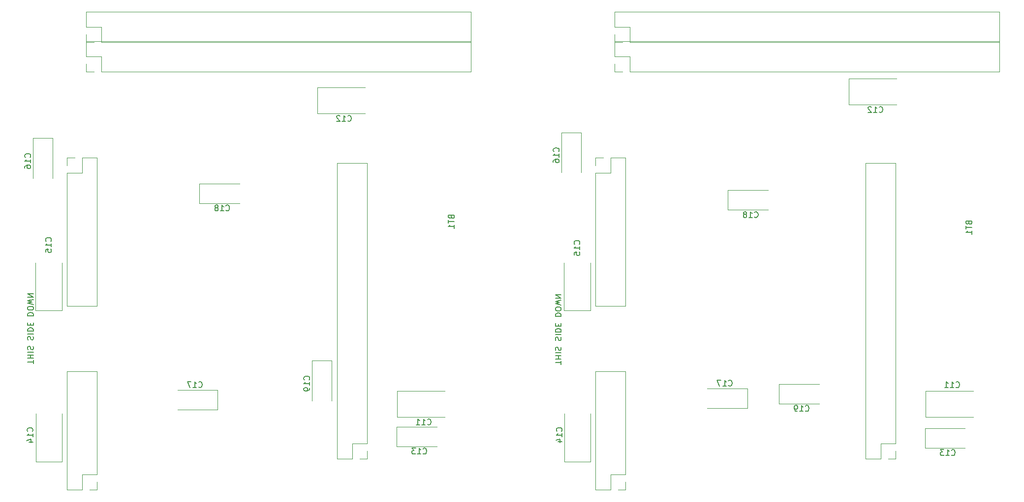
<source format=gbr>
%TF.GenerationSoftware,KiCad,Pcbnew,(5.1.9)-1*%
%TF.CreationDate,2021-11-28T20:19:45-05:00*%
%TF.ProjectId,Combined branches,436f6d62-696e-4656-9420-6272616e6368,rev?*%
%TF.SameCoordinates,Original*%
%TF.FileFunction,Legend,Bot*%
%TF.FilePolarity,Positive*%
%FSLAX46Y46*%
G04 Gerber Fmt 4.6, Leading zero omitted, Abs format (unit mm)*
G04 Created by KiCad (PCBNEW (5.1.9)-1) date 2021-11-28 20:19:45*
%MOMM*%
%LPD*%
G01*
G04 APERTURE LIST*
%ADD10C,0.150000*%
%ADD11C,0.120000*%
G04 APERTURE END LIST*
D10*
X97194619Y-118212428D02*
X97194619Y-117641000D01*
X96194619Y-117926714D02*
X97194619Y-117926714D01*
X96194619Y-117307666D02*
X97194619Y-117307666D01*
X96718428Y-117307666D02*
X96718428Y-116736238D01*
X96194619Y-116736238D02*
X97194619Y-116736238D01*
X96194619Y-116260047D02*
X97194619Y-116260047D01*
X96242238Y-115831476D02*
X96194619Y-115688619D01*
X96194619Y-115450523D01*
X96242238Y-115355285D01*
X96289857Y-115307666D01*
X96385095Y-115260047D01*
X96480333Y-115260047D01*
X96575571Y-115307666D01*
X96623190Y-115355285D01*
X96670809Y-115450523D01*
X96718428Y-115641000D01*
X96766047Y-115736238D01*
X96813666Y-115783857D01*
X96908904Y-115831476D01*
X97004142Y-115831476D01*
X97099380Y-115783857D01*
X97147000Y-115736238D01*
X97194619Y-115641000D01*
X97194619Y-115402904D01*
X97147000Y-115260047D01*
X96242238Y-114117190D02*
X96194619Y-113974333D01*
X96194619Y-113736238D01*
X96242238Y-113641000D01*
X96289857Y-113593380D01*
X96385095Y-113545761D01*
X96480333Y-113545761D01*
X96575571Y-113593380D01*
X96623190Y-113641000D01*
X96670809Y-113736238D01*
X96718428Y-113926714D01*
X96766047Y-114021952D01*
X96813666Y-114069571D01*
X96908904Y-114117190D01*
X97004142Y-114117190D01*
X97099380Y-114069571D01*
X97147000Y-114021952D01*
X97194619Y-113926714D01*
X97194619Y-113688619D01*
X97147000Y-113545761D01*
X96194619Y-113117190D02*
X97194619Y-113117190D01*
X96194619Y-112641000D02*
X97194619Y-112641000D01*
X97194619Y-112402904D01*
X97147000Y-112260047D01*
X97051761Y-112164809D01*
X96956523Y-112117190D01*
X96766047Y-112069571D01*
X96623190Y-112069571D01*
X96432714Y-112117190D01*
X96337476Y-112164809D01*
X96242238Y-112260047D01*
X96194619Y-112402904D01*
X96194619Y-112641000D01*
X96718428Y-111641000D02*
X96718428Y-111307666D01*
X96194619Y-111164809D02*
X96194619Y-111641000D01*
X97194619Y-111641000D01*
X97194619Y-111164809D01*
X96194619Y-109974333D02*
X97194619Y-109974333D01*
X97194619Y-109736238D01*
X97147000Y-109593380D01*
X97051761Y-109498142D01*
X96956523Y-109450523D01*
X96766047Y-109402904D01*
X96623190Y-109402904D01*
X96432714Y-109450523D01*
X96337476Y-109498142D01*
X96242238Y-109593380D01*
X96194619Y-109736238D01*
X96194619Y-109974333D01*
X97194619Y-108783857D02*
X97194619Y-108593380D01*
X97147000Y-108498142D01*
X97051761Y-108402904D01*
X96861285Y-108355285D01*
X96527952Y-108355285D01*
X96337476Y-108402904D01*
X96242238Y-108498142D01*
X96194619Y-108593380D01*
X96194619Y-108783857D01*
X96242238Y-108879095D01*
X96337476Y-108974333D01*
X96527952Y-109021952D01*
X96861285Y-109021952D01*
X97051761Y-108974333D01*
X97147000Y-108879095D01*
X97194619Y-108783857D01*
X97194619Y-108021952D02*
X96194619Y-107783857D01*
X96908904Y-107593380D01*
X96194619Y-107402904D01*
X97194619Y-107164809D01*
X96194619Y-106783857D02*
X97194619Y-106783857D01*
X96194619Y-106212428D01*
X97194619Y-106212428D01*
X187999619Y-118339428D02*
X187999619Y-117768000D01*
X186999619Y-118053714D02*
X187999619Y-118053714D01*
X186999619Y-117434666D02*
X187999619Y-117434666D01*
X187523428Y-117434666D02*
X187523428Y-116863238D01*
X186999619Y-116863238D02*
X187999619Y-116863238D01*
X186999619Y-116387047D02*
X187999619Y-116387047D01*
X187047238Y-115958476D02*
X186999619Y-115815619D01*
X186999619Y-115577523D01*
X187047238Y-115482285D01*
X187094857Y-115434666D01*
X187190095Y-115387047D01*
X187285333Y-115387047D01*
X187380571Y-115434666D01*
X187428190Y-115482285D01*
X187475809Y-115577523D01*
X187523428Y-115768000D01*
X187571047Y-115863238D01*
X187618666Y-115910857D01*
X187713904Y-115958476D01*
X187809142Y-115958476D01*
X187904380Y-115910857D01*
X187952000Y-115863238D01*
X187999619Y-115768000D01*
X187999619Y-115529904D01*
X187952000Y-115387047D01*
X187047238Y-114244190D02*
X186999619Y-114101333D01*
X186999619Y-113863238D01*
X187047238Y-113768000D01*
X187094857Y-113720380D01*
X187190095Y-113672761D01*
X187285333Y-113672761D01*
X187380571Y-113720380D01*
X187428190Y-113768000D01*
X187475809Y-113863238D01*
X187523428Y-114053714D01*
X187571047Y-114148952D01*
X187618666Y-114196571D01*
X187713904Y-114244190D01*
X187809142Y-114244190D01*
X187904380Y-114196571D01*
X187952000Y-114148952D01*
X187999619Y-114053714D01*
X187999619Y-113815619D01*
X187952000Y-113672761D01*
X186999619Y-113244190D02*
X187999619Y-113244190D01*
X186999619Y-112768000D02*
X187999619Y-112768000D01*
X187999619Y-112529904D01*
X187952000Y-112387047D01*
X187856761Y-112291809D01*
X187761523Y-112244190D01*
X187571047Y-112196571D01*
X187428190Y-112196571D01*
X187237714Y-112244190D01*
X187142476Y-112291809D01*
X187047238Y-112387047D01*
X186999619Y-112529904D01*
X186999619Y-112768000D01*
X187523428Y-111768000D02*
X187523428Y-111434666D01*
X186999619Y-111291809D02*
X186999619Y-111768000D01*
X187999619Y-111768000D01*
X187999619Y-111291809D01*
X186999619Y-110101333D02*
X187999619Y-110101333D01*
X187999619Y-109863238D01*
X187952000Y-109720380D01*
X187856761Y-109625142D01*
X187761523Y-109577523D01*
X187571047Y-109529904D01*
X187428190Y-109529904D01*
X187237714Y-109577523D01*
X187142476Y-109625142D01*
X187047238Y-109720380D01*
X186999619Y-109863238D01*
X186999619Y-110101333D01*
X187999619Y-108910857D02*
X187999619Y-108720380D01*
X187952000Y-108625142D01*
X187856761Y-108529904D01*
X187666285Y-108482285D01*
X187332952Y-108482285D01*
X187142476Y-108529904D01*
X187047238Y-108625142D01*
X186999619Y-108720380D01*
X186999619Y-108910857D01*
X187047238Y-109006095D01*
X187142476Y-109101333D01*
X187332952Y-109148952D01*
X187666285Y-109148952D01*
X187856761Y-109101333D01*
X187952000Y-109006095D01*
X187999619Y-108910857D01*
X187999619Y-108148952D02*
X186999619Y-107910857D01*
X187713904Y-107720380D01*
X186999619Y-107529904D01*
X187999619Y-107291809D01*
X186999619Y-106910857D02*
X187999619Y-106910857D01*
X186999619Y-106339428D01*
X187999619Y-106339428D01*
D11*
%TO.C,C19*%
X148522000Y-117731000D02*
X148522000Y-124666000D01*
X145102000Y-117731000D02*
X148522000Y-117731000D01*
X145102000Y-124666000D02*
X145102000Y-117731000D01*
%TO.C,C17*%
X128903000Y-126170000D02*
X121968000Y-126170000D01*
X128903000Y-122750000D02*
X128903000Y-126170000D01*
X121968000Y-122750000D02*
X128903000Y-122750000D01*
%TO.C,C15*%
X97562000Y-109081000D02*
X97562000Y-100846000D01*
X102082000Y-109081000D02*
X97562000Y-109081000D01*
X102082000Y-100846000D02*
X102082000Y-109081000D01*
%TO.C,C12*%
X146037000Y-70638000D02*
X154272000Y-70638000D01*
X146037000Y-75158000D02*
X146037000Y-70638000D01*
X154272000Y-75158000D02*
X146037000Y-75158000D01*
%TO.C,C18*%
X125732000Y-87190000D02*
X132667000Y-87190000D01*
X125732000Y-90610000D02*
X125732000Y-87190000D01*
X132667000Y-90610000D02*
X125732000Y-90610000D01*
%TO.C,C16*%
X100516000Y-79377000D02*
X100516000Y-86312000D01*
X97096000Y-79377000D02*
X100516000Y-79377000D01*
X97096000Y-86312000D02*
X97096000Y-79377000D01*
%TO.C,C14*%
X97587000Y-135116000D02*
X97587000Y-126881000D01*
X102107000Y-135116000D02*
X97587000Y-135116000D01*
X102107000Y-126881000D02*
X102107000Y-135116000D01*
%TO.C,C13*%
X159651000Y-129100000D02*
X166586000Y-129100000D01*
X159651000Y-132520000D02*
X159651000Y-129100000D01*
X166586000Y-132520000D02*
X159651000Y-132520000D01*
%TO.C,C11*%
X159753000Y-122962000D02*
X167988000Y-122962000D01*
X159753000Y-127482000D02*
X159753000Y-122962000D01*
X167988000Y-127482000D02*
X159753000Y-127482000D01*
%TO.C,J1*%
X153302000Y-134620000D02*
X154632000Y-134620000D01*
X154632000Y-134620000D02*
X154632000Y-133290000D01*
X152032000Y-134620000D02*
X152032000Y-132020000D01*
X152032000Y-132020000D02*
X154632000Y-132020000D01*
X154632000Y-132020000D02*
X154632000Y-83700000D01*
X149432000Y-83700000D02*
X154632000Y-83700000D01*
X149432000Y-134620000D02*
X149432000Y-83700000D01*
X149432000Y-134620000D02*
X152032000Y-134620000D01*
%TO.C,J3*%
X104267000Y-82776000D02*
X102937000Y-82776000D01*
X102937000Y-82776000D02*
X102937000Y-84106000D01*
X105537000Y-82776000D02*
X105537000Y-85376000D01*
X105537000Y-85376000D02*
X102937000Y-85376000D01*
X102937000Y-85376000D02*
X102937000Y-108296000D01*
X108137000Y-108296000D02*
X102937000Y-108296000D01*
X108137000Y-82776000D02*
X108137000Y-108296000D01*
X108137000Y-82776000D02*
X105537000Y-82776000D01*
%TO.C,J2*%
X106807000Y-139966000D02*
X108137000Y-139966000D01*
X108137000Y-139966000D02*
X108137000Y-138636000D01*
X105537000Y-139966000D02*
X105537000Y-137366000D01*
X105537000Y-137366000D02*
X108137000Y-137366000D01*
X108137000Y-137366000D02*
X108137000Y-119526000D01*
X102937000Y-119526000D02*
X108137000Y-119526000D01*
X102937000Y-139966000D02*
X102937000Y-119526000D01*
X102937000Y-139966000D02*
X105537000Y-139966000D01*
%TO.C,H2*%
X106268000Y-57625000D02*
X106268000Y-60225000D01*
X106268000Y-57625000D02*
X172428000Y-57625000D01*
X172428000Y-57625000D02*
X172428000Y-62825000D01*
X108868000Y-62825000D02*
X172428000Y-62825000D01*
X108868000Y-60225000D02*
X108868000Y-62825000D01*
X106268000Y-60225000D02*
X108868000Y-60225000D01*
X106268000Y-62825000D02*
X107598000Y-62825000D01*
X106268000Y-61495000D02*
X106268000Y-62825000D01*
%TO.C,H1*%
X106268000Y-62705000D02*
X106268000Y-65305000D01*
X106268000Y-62705000D02*
X172428000Y-62705000D01*
X172428000Y-62705000D02*
X172428000Y-67905000D01*
X108868000Y-67905000D02*
X172428000Y-67905000D01*
X108868000Y-65305000D02*
X108868000Y-67905000D01*
X106268000Y-65305000D02*
X108868000Y-65305000D01*
X106268000Y-67905000D02*
X107598000Y-67905000D01*
X106268000Y-66575000D02*
X106268000Y-67905000D01*
%TO.C,C19*%
X225437000Y-121734000D02*
X232372000Y-121734000D01*
X225437000Y-125154000D02*
X225437000Y-121734000D01*
X232372000Y-125154000D02*
X225437000Y-125154000D01*
%TO.C,C18*%
X216674000Y-88333000D02*
X223609000Y-88333000D01*
X216674000Y-91753000D02*
X216674000Y-88333000D01*
X223609000Y-91753000D02*
X216674000Y-91753000D01*
%TO.C,C17*%
X220079000Y-125916000D02*
X213144000Y-125916000D01*
X220079000Y-122496000D02*
X220079000Y-125916000D01*
X213144000Y-122496000D02*
X220079000Y-122496000D01*
%TO.C,C16*%
X191448000Y-78377000D02*
X191448000Y-85312000D01*
X188028000Y-78377000D02*
X191448000Y-78377000D01*
X188028000Y-85312000D02*
X188028000Y-78377000D01*
%TO.C,C15*%
X188494000Y-109081000D02*
X188494000Y-100846000D01*
X193014000Y-109081000D02*
X188494000Y-109081000D01*
X193014000Y-100846000D02*
X193014000Y-109081000D01*
%TO.C,C14*%
X188519000Y-135116000D02*
X188519000Y-126881000D01*
X193039000Y-135116000D02*
X188519000Y-135116000D01*
X193039000Y-126881000D02*
X193039000Y-135116000D01*
%TO.C,C13*%
X250573000Y-129354000D02*
X257508000Y-129354000D01*
X250573000Y-132774000D02*
X250573000Y-129354000D01*
X257508000Y-132774000D02*
X250573000Y-132774000D01*
%TO.C,C12*%
X237477000Y-69114000D02*
X245712000Y-69114000D01*
X237477000Y-73634000D02*
X237477000Y-69114000D01*
X245712000Y-73634000D02*
X237477000Y-73634000D01*
%TO.C,C11*%
X250685000Y-122962000D02*
X258920000Y-122962000D01*
X250685000Y-127482000D02*
X250685000Y-122962000D01*
X258920000Y-127482000D02*
X250685000Y-127482000D01*
%TO.C,J3*%
X195199000Y-82776000D02*
X193869000Y-82776000D01*
X193869000Y-82776000D02*
X193869000Y-84106000D01*
X196469000Y-82776000D02*
X196469000Y-85376000D01*
X196469000Y-85376000D02*
X193869000Y-85376000D01*
X193869000Y-85376000D02*
X193869000Y-108296000D01*
X199069000Y-108296000D02*
X193869000Y-108296000D01*
X199069000Y-82776000D02*
X199069000Y-108296000D01*
X199069000Y-82776000D02*
X196469000Y-82776000D01*
%TO.C,J2*%
X197739000Y-139966000D02*
X199069000Y-139966000D01*
X199069000Y-139966000D02*
X199069000Y-138636000D01*
X196469000Y-139966000D02*
X196469000Y-137366000D01*
X196469000Y-137366000D02*
X199069000Y-137366000D01*
X199069000Y-137366000D02*
X199069000Y-119526000D01*
X193869000Y-119526000D02*
X199069000Y-119526000D01*
X193869000Y-139966000D02*
X193869000Y-119526000D01*
X193869000Y-139966000D02*
X196469000Y-139966000D01*
%TO.C,J1*%
X244234000Y-134620000D02*
X245564000Y-134620000D01*
X245564000Y-134620000D02*
X245564000Y-133290000D01*
X242964000Y-134620000D02*
X242964000Y-132020000D01*
X242964000Y-132020000D02*
X245564000Y-132020000D01*
X245564000Y-132020000D02*
X245564000Y-83700000D01*
X240364000Y-83700000D02*
X245564000Y-83700000D01*
X240364000Y-134620000D02*
X240364000Y-83700000D01*
X240364000Y-134620000D02*
X242964000Y-134620000D01*
%TO.C,H2*%
X197200000Y-57625000D02*
X197200000Y-60225000D01*
X197200000Y-57625000D02*
X263360000Y-57625000D01*
X263360000Y-57625000D02*
X263360000Y-62825000D01*
X199800000Y-62825000D02*
X263360000Y-62825000D01*
X199800000Y-60225000D02*
X199800000Y-62825000D01*
X197200000Y-60225000D02*
X199800000Y-60225000D01*
X197200000Y-62825000D02*
X198530000Y-62825000D01*
X197200000Y-61495000D02*
X197200000Y-62825000D01*
%TO.C,H1*%
X197200000Y-62705000D02*
X197200000Y-65305000D01*
X197200000Y-62705000D02*
X263360000Y-62705000D01*
X263360000Y-62705000D02*
X263360000Y-67905000D01*
X199800000Y-67905000D02*
X263360000Y-67905000D01*
X199800000Y-65305000D02*
X199800000Y-67905000D01*
X197200000Y-65305000D02*
X199800000Y-65305000D01*
X197200000Y-67905000D02*
X198530000Y-67905000D01*
X197200000Y-66575000D02*
X197200000Y-67905000D01*
%TO.C,BT1*%
D10*
X169084571Y-92940285D02*
X169132190Y-93083142D01*
X169179809Y-93130761D01*
X169275047Y-93178380D01*
X169417904Y-93178380D01*
X169513142Y-93130761D01*
X169560761Y-93083142D01*
X169608380Y-92987904D01*
X169608380Y-92606952D01*
X168608380Y-92606952D01*
X168608380Y-92940285D01*
X168656000Y-93035523D01*
X168703619Y-93083142D01*
X168798857Y-93130761D01*
X168894095Y-93130761D01*
X168989333Y-93083142D01*
X169036952Y-93035523D01*
X169084571Y-92940285D01*
X169084571Y-92606952D01*
X168608380Y-93464095D02*
X168608380Y-94035523D01*
X169608380Y-93749809D02*
X168608380Y-93749809D01*
X169608380Y-94892666D02*
X169608380Y-94321238D01*
X169608380Y-94606952D02*
X168608380Y-94606952D01*
X168751238Y-94511714D01*
X168846476Y-94416476D01*
X168894095Y-94321238D01*
%TO.C,C19*%
X144619142Y-121023142D02*
X144666761Y-120975523D01*
X144714380Y-120832666D01*
X144714380Y-120737428D01*
X144666761Y-120594571D01*
X144571523Y-120499333D01*
X144476285Y-120451714D01*
X144285809Y-120404095D01*
X144142952Y-120404095D01*
X143952476Y-120451714D01*
X143857238Y-120499333D01*
X143762000Y-120594571D01*
X143714380Y-120737428D01*
X143714380Y-120832666D01*
X143762000Y-120975523D01*
X143809619Y-121023142D01*
X144714380Y-121975523D02*
X144714380Y-121404095D01*
X144714380Y-121689809D02*
X143714380Y-121689809D01*
X143857238Y-121594571D01*
X143952476Y-121499333D01*
X144000095Y-121404095D01*
X144714380Y-122451714D02*
X144714380Y-122642190D01*
X144666761Y-122737428D01*
X144619142Y-122785047D01*
X144476285Y-122880285D01*
X144285809Y-122927904D01*
X143904857Y-122927904D01*
X143809619Y-122880285D01*
X143762000Y-122832666D01*
X143714380Y-122737428D01*
X143714380Y-122546952D01*
X143762000Y-122451714D01*
X143809619Y-122404095D01*
X143904857Y-122356476D01*
X144142952Y-122356476D01*
X144238190Y-122404095D01*
X144285809Y-122451714D01*
X144333428Y-122546952D01*
X144333428Y-122737428D01*
X144285809Y-122832666D01*
X144238190Y-122880285D01*
X144142952Y-122927904D01*
%TO.C,C17*%
X125610857Y-122267142D02*
X125658476Y-122314761D01*
X125801333Y-122362380D01*
X125896571Y-122362380D01*
X126039428Y-122314761D01*
X126134666Y-122219523D01*
X126182285Y-122124285D01*
X126229904Y-121933809D01*
X126229904Y-121790952D01*
X126182285Y-121600476D01*
X126134666Y-121505238D01*
X126039428Y-121410000D01*
X125896571Y-121362380D01*
X125801333Y-121362380D01*
X125658476Y-121410000D01*
X125610857Y-121457619D01*
X124658476Y-122362380D02*
X125229904Y-122362380D01*
X124944190Y-122362380D02*
X124944190Y-121362380D01*
X125039428Y-121505238D01*
X125134666Y-121600476D01*
X125229904Y-121648095D01*
X124325142Y-121362380D02*
X123658476Y-121362380D01*
X124087047Y-122362380D01*
%TO.C,C15*%
X100179142Y-97147142D02*
X100226761Y-97099523D01*
X100274380Y-96956666D01*
X100274380Y-96861428D01*
X100226761Y-96718571D01*
X100131523Y-96623333D01*
X100036285Y-96575714D01*
X99845809Y-96528095D01*
X99702952Y-96528095D01*
X99512476Y-96575714D01*
X99417238Y-96623333D01*
X99322000Y-96718571D01*
X99274380Y-96861428D01*
X99274380Y-96956666D01*
X99322000Y-97099523D01*
X99369619Y-97147142D01*
X100274380Y-98099523D02*
X100274380Y-97528095D01*
X100274380Y-97813809D02*
X99274380Y-97813809D01*
X99417238Y-97718571D01*
X99512476Y-97623333D01*
X99560095Y-97528095D01*
X99274380Y-99004285D02*
X99274380Y-98528095D01*
X99750571Y-98480476D01*
X99702952Y-98528095D01*
X99655333Y-98623333D01*
X99655333Y-98861428D01*
X99702952Y-98956666D01*
X99750571Y-99004285D01*
X99845809Y-99051904D01*
X100083904Y-99051904D01*
X100179142Y-99004285D01*
X100226761Y-98956666D01*
X100274380Y-98861428D01*
X100274380Y-98623333D01*
X100226761Y-98528095D01*
X100179142Y-98480476D01*
%TO.C,C12*%
X151264857Y-76355142D02*
X151312476Y-76402761D01*
X151455333Y-76450380D01*
X151550571Y-76450380D01*
X151693428Y-76402761D01*
X151788666Y-76307523D01*
X151836285Y-76212285D01*
X151883904Y-76021809D01*
X151883904Y-75878952D01*
X151836285Y-75688476D01*
X151788666Y-75593238D01*
X151693428Y-75498000D01*
X151550571Y-75450380D01*
X151455333Y-75450380D01*
X151312476Y-75498000D01*
X151264857Y-75545619D01*
X150312476Y-76450380D02*
X150883904Y-76450380D01*
X150598190Y-76450380D02*
X150598190Y-75450380D01*
X150693428Y-75593238D01*
X150788666Y-75688476D01*
X150883904Y-75736095D01*
X149931523Y-75545619D02*
X149883904Y-75498000D01*
X149788666Y-75450380D01*
X149550571Y-75450380D01*
X149455333Y-75498000D01*
X149407714Y-75545619D01*
X149360095Y-75640857D01*
X149360095Y-75736095D01*
X149407714Y-75878952D01*
X149979142Y-76450380D01*
X149360095Y-76450380D01*
%TO.C,C18*%
X130309857Y-91807142D02*
X130357476Y-91854761D01*
X130500333Y-91902380D01*
X130595571Y-91902380D01*
X130738428Y-91854761D01*
X130833666Y-91759523D01*
X130881285Y-91664285D01*
X130928904Y-91473809D01*
X130928904Y-91330952D01*
X130881285Y-91140476D01*
X130833666Y-91045238D01*
X130738428Y-90950000D01*
X130595571Y-90902380D01*
X130500333Y-90902380D01*
X130357476Y-90950000D01*
X130309857Y-90997619D01*
X129357476Y-91902380D02*
X129928904Y-91902380D01*
X129643190Y-91902380D02*
X129643190Y-90902380D01*
X129738428Y-91045238D01*
X129833666Y-91140476D01*
X129928904Y-91188095D01*
X128786047Y-91330952D02*
X128881285Y-91283333D01*
X128928904Y-91235714D01*
X128976523Y-91140476D01*
X128976523Y-91092857D01*
X128928904Y-90997619D01*
X128881285Y-90950000D01*
X128786047Y-90902380D01*
X128595571Y-90902380D01*
X128500333Y-90950000D01*
X128452714Y-90997619D01*
X128405095Y-91092857D01*
X128405095Y-91140476D01*
X128452714Y-91235714D01*
X128500333Y-91283333D01*
X128595571Y-91330952D01*
X128786047Y-91330952D01*
X128881285Y-91378571D01*
X128928904Y-91426190D01*
X128976523Y-91521428D01*
X128976523Y-91711904D01*
X128928904Y-91807142D01*
X128881285Y-91854761D01*
X128786047Y-91902380D01*
X128595571Y-91902380D01*
X128500333Y-91854761D01*
X128452714Y-91807142D01*
X128405095Y-91711904D01*
X128405095Y-91521428D01*
X128452714Y-91426190D01*
X128500333Y-91378571D01*
X128595571Y-91330952D01*
%TO.C,C16*%
X96613142Y-82669142D02*
X96660761Y-82621523D01*
X96708380Y-82478666D01*
X96708380Y-82383428D01*
X96660761Y-82240571D01*
X96565523Y-82145333D01*
X96470285Y-82097714D01*
X96279809Y-82050095D01*
X96136952Y-82050095D01*
X95946476Y-82097714D01*
X95851238Y-82145333D01*
X95756000Y-82240571D01*
X95708380Y-82383428D01*
X95708380Y-82478666D01*
X95756000Y-82621523D01*
X95803619Y-82669142D01*
X96708380Y-83621523D02*
X96708380Y-83050095D01*
X96708380Y-83335809D02*
X95708380Y-83335809D01*
X95851238Y-83240571D01*
X95946476Y-83145333D01*
X95994095Y-83050095D01*
X95708380Y-84478666D02*
X95708380Y-84288190D01*
X95756000Y-84192952D01*
X95803619Y-84145333D01*
X95946476Y-84050095D01*
X96136952Y-84002476D01*
X96517904Y-84002476D01*
X96613142Y-84050095D01*
X96660761Y-84097714D01*
X96708380Y-84192952D01*
X96708380Y-84383428D01*
X96660761Y-84478666D01*
X96613142Y-84526285D01*
X96517904Y-84573904D01*
X96279809Y-84573904D01*
X96184571Y-84526285D01*
X96136952Y-84478666D01*
X96089333Y-84383428D01*
X96089333Y-84192952D01*
X96136952Y-84097714D01*
X96184571Y-84050095D01*
X96279809Y-84002476D01*
%TO.C,C14*%
X97004142Y-129913142D02*
X97051761Y-129865523D01*
X97099380Y-129722666D01*
X97099380Y-129627428D01*
X97051761Y-129484571D01*
X96956523Y-129389333D01*
X96861285Y-129341714D01*
X96670809Y-129294095D01*
X96527952Y-129294095D01*
X96337476Y-129341714D01*
X96242238Y-129389333D01*
X96147000Y-129484571D01*
X96099380Y-129627428D01*
X96099380Y-129722666D01*
X96147000Y-129865523D01*
X96194619Y-129913142D01*
X97099380Y-130865523D02*
X97099380Y-130294095D01*
X97099380Y-130579809D02*
X96099380Y-130579809D01*
X96242238Y-130484571D01*
X96337476Y-130389333D01*
X96385095Y-130294095D01*
X96432714Y-131722666D02*
X97099380Y-131722666D01*
X96051761Y-131484571D02*
X96766047Y-131246476D01*
X96766047Y-131865523D01*
%TO.C,C13*%
X164228857Y-133717142D02*
X164276476Y-133764761D01*
X164419333Y-133812380D01*
X164514571Y-133812380D01*
X164657428Y-133764761D01*
X164752666Y-133669523D01*
X164800285Y-133574285D01*
X164847904Y-133383809D01*
X164847904Y-133240952D01*
X164800285Y-133050476D01*
X164752666Y-132955238D01*
X164657428Y-132860000D01*
X164514571Y-132812380D01*
X164419333Y-132812380D01*
X164276476Y-132860000D01*
X164228857Y-132907619D01*
X163276476Y-133812380D02*
X163847904Y-133812380D01*
X163562190Y-133812380D02*
X163562190Y-132812380D01*
X163657428Y-132955238D01*
X163752666Y-133050476D01*
X163847904Y-133098095D01*
X162943142Y-132812380D02*
X162324095Y-132812380D01*
X162657428Y-133193333D01*
X162514571Y-133193333D01*
X162419333Y-133240952D01*
X162371714Y-133288571D01*
X162324095Y-133383809D01*
X162324095Y-133621904D01*
X162371714Y-133717142D01*
X162419333Y-133764761D01*
X162514571Y-133812380D01*
X162800285Y-133812380D01*
X162895523Y-133764761D01*
X162943142Y-133717142D01*
%TO.C,C11*%
X164980857Y-128679142D02*
X165028476Y-128726761D01*
X165171333Y-128774380D01*
X165266571Y-128774380D01*
X165409428Y-128726761D01*
X165504666Y-128631523D01*
X165552285Y-128536285D01*
X165599904Y-128345809D01*
X165599904Y-128202952D01*
X165552285Y-128012476D01*
X165504666Y-127917238D01*
X165409428Y-127822000D01*
X165266571Y-127774380D01*
X165171333Y-127774380D01*
X165028476Y-127822000D01*
X164980857Y-127869619D01*
X164028476Y-128774380D02*
X164599904Y-128774380D01*
X164314190Y-128774380D02*
X164314190Y-127774380D01*
X164409428Y-127917238D01*
X164504666Y-128012476D01*
X164599904Y-128060095D01*
X163076095Y-128774380D02*
X163647523Y-128774380D01*
X163361809Y-128774380D02*
X163361809Y-127774380D01*
X163457047Y-127917238D01*
X163552285Y-128012476D01*
X163647523Y-128060095D01*
%TO.C,BT1*%
X258111571Y-93956285D02*
X258159190Y-94099142D01*
X258206809Y-94146761D01*
X258302047Y-94194380D01*
X258444904Y-94194380D01*
X258540142Y-94146761D01*
X258587761Y-94099142D01*
X258635380Y-94003904D01*
X258635380Y-93622952D01*
X257635380Y-93622952D01*
X257635380Y-93956285D01*
X257683000Y-94051523D01*
X257730619Y-94099142D01*
X257825857Y-94146761D01*
X257921095Y-94146761D01*
X258016333Y-94099142D01*
X258063952Y-94051523D01*
X258111571Y-93956285D01*
X258111571Y-93622952D01*
X257635380Y-94480095D02*
X257635380Y-95051523D01*
X258635380Y-94765809D02*
X257635380Y-94765809D01*
X258635380Y-95908666D02*
X258635380Y-95337238D01*
X258635380Y-95622952D02*
X257635380Y-95622952D01*
X257778238Y-95527714D01*
X257873476Y-95432476D01*
X257921095Y-95337238D01*
%TO.C,C19*%
X230014857Y-126351142D02*
X230062476Y-126398761D01*
X230205333Y-126446380D01*
X230300571Y-126446380D01*
X230443428Y-126398761D01*
X230538666Y-126303523D01*
X230586285Y-126208285D01*
X230633904Y-126017809D01*
X230633904Y-125874952D01*
X230586285Y-125684476D01*
X230538666Y-125589238D01*
X230443428Y-125494000D01*
X230300571Y-125446380D01*
X230205333Y-125446380D01*
X230062476Y-125494000D01*
X230014857Y-125541619D01*
X229062476Y-126446380D02*
X229633904Y-126446380D01*
X229348190Y-126446380D02*
X229348190Y-125446380D01*
X229443428Y-125589238D01*
X229538666Y-125684476D01*
X229633904Y-125732095D01*
X228586285Y-126446380D02*
X228395809Y-126446380D01*
X228300571Y-126398761D01*
X228252952Y-126351142D01*
X228157714Y-126208285D01*
X228110095Y-126017809D01*
X228110095Y-125636857D01*
X228157714Y-125541619D01*
X228205333Y-125494000D01*
X228300571Y-125446380D01*
X228491047Y-125446380D01*
X228586285Y-125494000D01*
X228633904Y-125541619D01*
X228681523Y-125636857D01*
X228681523Y-125874952D01*
X228633904Y-125970190D01*
X228586285Y-126017809D01*
X228491047Y-126065428D01*
X228300571Y-126065428D01*
X228205333Y-126017809D01*
X228157714Y-125970190D01*
X228110095Y-125874952D01*
%TO.C,C18*%
X221251857Y-92950142D02*
X221299476Y-92997761D01*
X221442333Y-93045380D01*
X221537571Y-93045380D01*
X221680428Y-92997761D01*
X221775666Y-92902523D01*
X221823285Y-92807285D01*
X221870904Y-92616809D01*
X221870904Y-92473952D01*
X221823285Y-92283476D01*
X221775666Y-92188238D01*
X221680428Y-92093000D01*
X221537571Y-92045380D01*
X221442333Y-92045380D01*
X221299476Y-92093000D01*
X221251857Y-92140619D01*
X220299476Y-93045380D02*
X220870904Y-93045380D01*
X220585190Y-93045380D02*
X220585190Y-92045380D01*
X220680428Y-92188238D01*
X220775666Y-92283476D01*
X220870904Y-92331095D01*
X219728047Y-92473952D02*
X219823285Y-92426333D01*
X219870904Y-92378714D01*
X219918523Y-92283476D01*
X219918523Y-92235857D01*
X219870904Y-92140619D01*
X219823285Y-92093000D01*
X219728047Y-92045380D01*
X219537571Y-92045380D01*
X219442333Y-92093000D01*
X219394714Y-92140619D01*
X219347095Y-92235857D01*
X219347095Y-92283476D01*
X219394714Y-92378714D01*
X219442333Y-92426333D01*
X219537571Y-92473952D01*
X219728047Y-92473952D01*
X219823285Y-92521571D01*
X219870904Y-92569190D01*
X219918523Y-92664428D01*
X219918523Y-92854904D01*
X219870904Y-92950142D01*
X219823285Y-92997761D01*
X219728047Y-93045380D01*
X219537571Y-93045380D01*
X219442333Y-92997761D01*
X219394714Y-92950142D01*
X219347095Y-92854904D01*
X219347095Y-92664428D01*
X219394714Y-92569190D01*
X219442333Y-92521571D01*
X219537571Y-92473952D01*
%TO.C,C17*%
X216786857Y-122013142D02*
X216834476Y-122060761D01*
X216977333Y-122108380D01*
X217072571Y-122108380D01*
X217215428Y-122060761D01*
X217310666Y-121965523D01*
X217358285Y-121870285D01*
X217405904Y-121679809D01*
X217405904Y-121536952D01*
X217358285Y-121346476D01*
X217310666Y-121251238D01*
X217215428Y-121156000D01*
X217072571Y-121108380D01*
X216977333Y-121108380D01*
X216834476Y-121156000D01*
X216786857Y-121203619D01*
X215834476Y-122108380D02*
X216405904Y-122108380D01*
X216120190Y-122108380D02*
X216120190Y-121108380D01*
X216215428Y-121251238D01*
X216310666Y-121346476D01*
X216405904Y-121394095D01*
X215501142Y-121108380D02*
X214834476Y-121108380D01*
X215263047Y-122108380D01*
%TO.C,C16*%
X187545142Y-81669142D02*
X187592761Y-81621523D01*
X187640380Y-81478666D01*
X187640380Y-81383428D01*
X187592761Y-81240571D01*
X187497523Y-81145333D01*
X187402285Y-81097714D01*
X187211809Y-81050095D01*
X187068952Y-81050095D01*
X186878476Y-81097714D01*
X186783238Y-81145333D01*
X186688000Y-81240571D01*
X186640380Y-81383428D01*
X186640380Y-81478666D01*
X186688000Y-81621523D01*
X186735619Y-81669142D01*
X187640380Y-82621523D02*
X187640380Y-82050095D01*
X187640380Y-82335809D02*
X186640380Y-82335809D01*
X186783238Y-82240571D01*
X186878476Y-82145333D01*
X186926095Y-82050095D01*
X186640380Y-83478666D02*
X186640380Y-83288190D01*
X186688000Y-83192952D01*
X186735619Y-83145333D01*
X186878476Y-83050095D01*
X187068952Y-83002476D01*
X187449904Y-83002476D01*
X187545142Y-83050095D01*
X187592761Y-83097714D01*
X187640380Y-83192952D01*
X187640380Y-83383428D01*
X187592761Y-83478666D01*
X187545142Y-83526285D01*
X187449904Y-83573904D01*
X187211809Y-83573904D01*
X187116571Y-83526285D01*
X187068952Y-83478666D01*
X187021333Y-83383428D01*
X187021333Y-83192952D01*
X187068952Y-83097714D01*
X187116571Y-83050095D01*
X187211809Y-83002476D01*
%TO.C,C15*%
X191111142Y-97655142D02*
X191158761Y-97607523D01*
X191206380Y-97464666D01*
X191206380Y-97369428D01*
X191158761Y-97226571D01*
X191063523Y-97131333D01*
X190968285Y-97083714D01*
X190777809Y-97036095D01*
X190634952Y-97036095D01*
X190444476Y-97083714D01*
X190349238Y-97131333D01*
X190254000Y-97226571D01*
X190206380Y-97369428D01*
X190206380Y-97464666D01*
X190254000Y-97607523D01*
X190301619Y-97655142D01*
X191206380Y-98607523D02*
X191206380Y-98036095D01*
X191206380Y-98321809D02*
X190206380Y-98321809D01*
X190349238Y-98226571D01*
X190444476Y-98131333D01*
X190492095Y-98036095D01*
X190206380Y-99512285D02*
X190206380Y-99036095D01*
X190682571Y-98988476D01*
X190634952Y-99036095D01*
X190587333Y-99131333D01*
X190587333Y-99369428D01*
X190634952Y-99464666D01*
X190682571Y-99512285D01*
X190777809Y-99559904D01*
X191015904Y-99559904D01*
X191111142Y-99512285D01*
X191158761Y-99464666D01*
X191206380Y-99369428D01*
X191206380Y-99131333D01*
X191158761Y-99036095D01*
X191111142Y-98988476D01*
%TO.C,C14*%
X188063142Y-129888142D02*
X188110761Y-129840523D01*
X188158380Y-129697666D01*
X188158380Y-129602428D01*
X188110761Y-129459571D01*
X188015523Y-129364333D01*
X187920285Y-129316714D01*
X187729809Y-129269095D01*
X187586952Y-129269095D01*
X187396476Y-129316714D01*
X187301238Y-129364333D01*
X187206000Y-129459571D01*
X187158380Y-129602428D01*
X187158380Y-129697666D01*
X187206000Y-129840523D01*
X187253619Y-129888142D01*
X188158380Y-130840523D02*
X188158380Y-130269095D01*
X188158380Y-130554809D02*
X187158380Y-130554809D01*
X187301238Y-130459571D01*
X187396476Y-130364333D01*
X187444095Y-130269095D01*
X187491714Y-131697666D02*
X188158380Y-131697666D01*
X187110761Y-131459571D02*
X187825047Y-131221476D01*
X187825047Y-131840523D01*
%TO.C,C13*%
X255150857Y-133971142D02*
X255198476Y-134018761D01*
X255341333Y-134066380D01*
X255436571Y-134066380D01*
X255579428Y-134018761D01*
X255674666Y-133923523D01*
X255722285Y-133828285D01*
X255769904Y-133637809D01*
X255769904Y-133494952D01*
X255722285Y-133304476D01*
X255674666Y-133209238D01*
X255579428Y-133114000D01*
X255436571Y-133066380D01*
X255341333Y-133066380D01*
X255198476Y-133114000D01*
X255150857Y-133161619D01*
X254198476Y-134066380D02*
X254769904Y-134066380D01*
X254484190Y-134066380D02*
X254484190Y-133066380D01*
X254579428Y-133209238D01*
X254674666Y-133304476D01*
X254769904Y-133352095D01*
X253865142Y-133066380D02*
X253246095Y-133066380D01*
X253579428Y-133447333D01*
X253436571Y-133447333D01*
X253341333Y-133494952D01*
X253293714Y-133542571D01*
X253246095Y-133637809D01*
X253246095Y-133875904D01*
X253293714Y-133971142D01*
X253341333Y-134018761D01*
X253436571Y-134066380D01*
X253722285Y-134066380D01*
X253817523Y-134018761D01*
X253865142Y-133971142D01*
%TO.C,C12*%
X242704857Y-74831142D02*
X242752476Y-74878761D01*
X242895333Y-74926380D01*
X242990571Y-74926380D01*
X243133428Y-74878761D01*
X243228666Y-74783523D01*
X243276285Y-74688285D01*
X243323904Y-74497809D01*
X243323904Y-74354952D01*
X243276285Y-74164476D01*
X243228666Y-74069238D01*
X243133428Y-73974000D01*
X242990571Y-73926380D01*
X242895333Y-73926380D01*
X242752476Y-73974000D01*
X242704857Y-74021619D01*
X241752476Y-74926380D02*
X242323904Y-74926380D01*
X242038190Y-74926380D02*
X242038190Y-73926380D01*
X242133428Y-74069238D01*
X242228666Y-74164476D01*
X242323904Y-74212095D01*
X241371523Y-74021619D02*
X241323904Y-73974000D01*
X241228666Y-73926380D01*
X240990571Y-73926380D01*
X240895333Y-73974000D01*
X240847714Y-74021619D01*
X240800095Y-74116857D01*
X240800095Y-74212095D01*
X240847714Y-74354952D01*
X241419142Y-74926380D01*
X240800095Y-74926380D01*
%TO.C,C11*%
X255912857Y-122277142D02*
X255960476Y-122324761D01*
X256103333Y-122372380D01*
X256198571Y-122372380D01*
X256341428Y-122324761D01*
X256436666Y-122229523D01*
X256484285Y-122134285D01*
X256531904Y-121943809D01*
X256531904Y-121800952D01*
X256484285Y-121610476D01*
X256436666Y-121515238D01*
X256341428Y-121420000D01*
X256198571Y-121372380D01*
X256103333Y-121372380D01*
X255960476Y-121420000D01*
X255912857Y-121467619D01*
X254960476Y-122372380D02*
X255531904Y-122372380D01*
X255246190Y-122372380D02*
X255246190Y-121372380D01*
X255341428Y-121515238D01*
X255436666Y-121610476D01*
X255531904Y-121658095D01*
X254008095Y-122372380D02*
X254579523Y-122372380D01*
X254293809Y-122372380D02*
X254293809Y-121372380D01*
X254389047Y-121515238D01*
X254484285Y-121610476D01*
X254579523Y-121658095D01*
%TD*%
M02*

</source>
